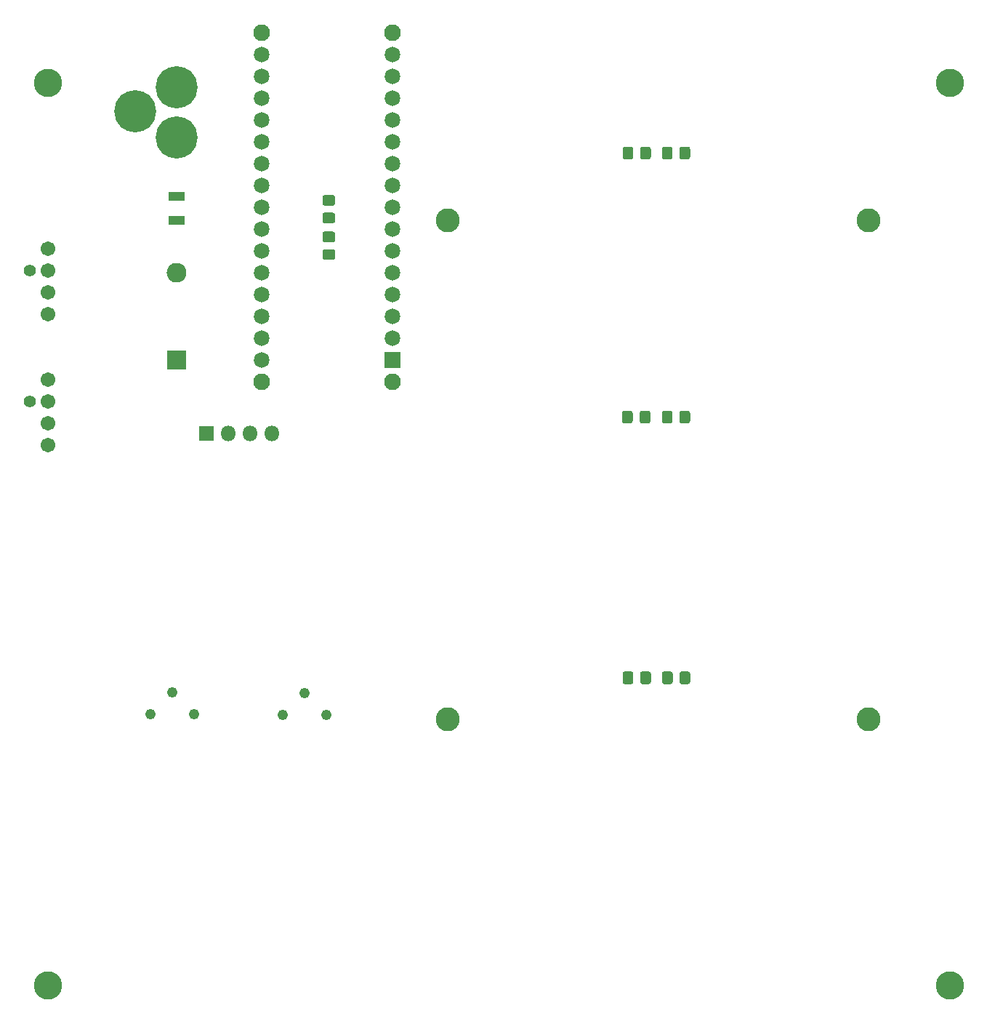
<source format=gbr>
%TF.GenerationSoftware,KiCad,Pcbnew,(5.1.6)-1*%
%TF.CreationDate,2024-05-27T20:35:23-04:00*%
%TF.ProjectId,watercooled-pi-120mm,77617465-7263-46f6-9f6c-65642d70692d,rev?*%
%TF.SameCoordinates,Original*%
%TF.FileFunction,Soldermask,Top*%
%TF.FilePolarity,Negative*%
%FSLAX46Y46*%
G04 Gerber Fmt 4.6, Leading zero omitted, Abs format (unit mm)*
G04 Created by KiCad (PCBNEW (5.1.6)-1) date 2024-05-27 20:35:23*
%MOMM*%
%LPD*%
G01*
G04 APERTURE LIST*
%ADD10R,2.300000X2.300000*%
%ADD11O,2.300000X2.300000*%
%ADD12R,1.900000X1.100000*%
%ADD13C,3.300000*%
%ADD14C,2.800000*%
%ADD15C,1.705000*%
%ADD16C,1.400000*%
%ADD17C,4.900000*%
%ADD18R,1.800000X1.800000*%
%ADD19O,1.800000X1.800000*%
%ADD20C,1.220000*%
%ADD21C,1.950000*%
%ADD22R,1.827200X1.827200*%
%ADD23C,1.827200*%
G04 APERTURE END LIST*
D10*
%TO.C,D1*%
X117157500Y-75565000D03*
D11*
X117157500Y-65405000D03*
%TD*%
D12*
%TO.C,F0*%
X117157500Y-56512000D03*
X117157500Y-59312000D03*
%TD*%
D13*
%TO.C,H1*%
X102171500Y-43370500D03*
%TD*%
%TO.C,H2*%
X207200500Y-43370500D03*
%TD*%
%TO.C,H3*%
X102171500Y-148399500D03*
%TD*%
%TO.C,H4*%
X207200500Y-148399500D03*
%TD*%
D14*
%TO.C,H5*%
X148717000Y-59372500D03*
%TD*%
%TO.C,H6*%
X197739000Y-59372500D03*
%TD*%
%TO.C,H7*%
X148717000Y-117411500D03*
%TD*%
%TO.C,H8*%
X197739000Y-117411500D03*
%TD*%
D15*
%TO.C,J0*%
X102171500Y-85534500D03*
X102171500Y-82994500D03*
X102171500Y-80454500D03*
X102171500Y-77914500D03*
D16*
X100011500Y-80454500D03*
%TD*%
%TO.C,J1*%
X100011500Y-65214500D03*
D15*
X102171500Y-62674500D03*
X102171500Y-65214500D03*
X102171500Y-67754500D03*
X102171500Y-70294500D03*
%TD*%
D17*
%TO.C,J2*%
X117147500Y-49668000D03*
X117147500Y-43868000D03*
X112347500Y-46668000D03*
%TD*%
D18*
%TO.C,J3*%
X120586500Y-84137500D03*
D19*
X123126500Y-84137500D03*
X125666500Y-84137500D03*
X128206500Y-84137500D03*
%TD*%
D20*
%TO.C,R0*%
X114109500Y-116802500D03*
X116649500Y-114262500D03*
X119189500Y-116802500D03*
%TD*%
%TO.C,R1*%
X134556500Y-116866000D03*
X132016500Y-114326000D03*
X129476500Y-116866000D03*
%TD*%
D21*
%TO.C,TB0*%
X127063500Y-37465000D03*
X142303500Y-37465000D03*
X127063500Y-78105000D03*
X142303500Y-78105000D03*
D22*
X142303500Y-75565000D03*
D23*
X142303500Y-73025000D03*
X142303500Y-70485000D03*
X142303500Y-67945000D03*
X142303500Y-65405000D03*
X142303500Y-62865000D03*
X142303500Y-60325000D03*
X142303500Y-57785000D03*
X142303500Y-55245000D03*
X142303500Y-52705000D03*
X142303500Y-50165000D03*
X142303500Y-47625000D03*
X142303500Y-45085000D03*
X142303500Y-42545000D03*
X142303500Y-40005000D03*
X127063500Y-40005000D03*
X127063500Y-42545000D03*
X127063500Y-45085000D03*
X127063500Y-47625000D03*
X127063500Y-50165000D03*
X127063500Y-52705000D03*
X127063500Y-55245000D03*
X127063500Y-57785000D03*
X127063500Y-60325000D03*
X127063500Y-62865000D03*
X127063500Y-65405000D03*
X127063500Y-67945000D03*
X127063500Y-70485000D03*
X127063500Y-73025000D03*
X127063500Y-75565000D03*
%TD*%
%TO.C,D2*%
G36*
G01*
X134395738Y-58430000D02*
X135352262Y-58430000D01*
G75*
G02*
X135624000Y-58701738I0J-271738D01*
G01*
X135624000Y-59408262D01*
G75*
G02*
X135352262Y-59680000I-271738J0D01*
G01*
X134395738Y-59680000D01*
G75*
G02*
X134124000Y-59408262I0J271738D01*
G01*
X134124000Y-58701738D01*
G75*
G02*
X134395738Y-58430000I271738J0D01*
G01*
G37*
G36*
G01*
X134395738Y-56380000D02*
X135352262Y-56380000D01*
G75*
G02*
X135624000Y-56651738I0J-271738D01*
G01*
X135624000Y-57358262D01*
G75*
G02*
X135352262Y-57630000I-271738J0D01*
G01*
X134395738Y-57630000D01*
G75*
G02*
X134124000Y-57358262I0J271738D01*
G01*
X134124000Y-56651738D01*
G75*
G02*
X134395738Y-56380000I271738J0D01*
G01*
G37*
%TD*%
%TO.C,D3*%
G36*
G01*
X176973500Y-51020238D02*
X176973500Y-51976762D01*
G75*
G02*
X176701762Y-52248500I-271738J0D01*
G01*
X175995238Y-52248500D01*
G75*
G02*
X175723500Y-51976762I0J271738D01*
G01*
X175723500Y-51020238D01*
G75*
G02*
X175995238Y-50748500I271738J0D01*
G01*
X176701762Y-50748500D01*
G75*
G02*
X176973500Y-51020238I0J-271738D01*
G01*
G37*
G36*
G01*
X174923500Y-51020238D02*
X174923500Y-51976762D01*
G75*
G02*
X174651762Y-52248500I-271738J0D01*
G01*
X173945238Y-52248500D01*
G75*
G02*
X173673500Y-51976762I0J271738D01*
G01*
X173673500Y-51020238D01*
G75*
G02*
X173945238Y-50748500I271738J0D01*
G01*
X174651762Y-50748500D01*
G75*
G02*
X174923500Y-51020238I0J-271738D01*
G01*
G37*
%TD*%
%TO.C,D4*%
G36*
G01*
X174914500Y-81754238D02*
X174914500Y-82710762D01*
G75*
G02*
X174642762Y-82982500I-271738J0D01*
G01*
X173936238Y-82982500D01*
G75*
G02*
X173664500Y-82710762I0J271738D01*
G01*
X173664500Y-81754238D01*
G75*
G02*
X173936238Y-81482500I271738J0D01*
G01*
X174642762Y-81482500D01*
G75*
G02*
X174914500Y-81754238I0J-271738D01*
G01*
G37*
G36*
G01*
X176964500Y-81754238D02*
X176964500Y-82710762D01*
G75*
G02*
X176692762Y-82982500I-271738J0D01*
G01*
X175986238Y-82982500D01*
G75*
G02*
X175714500Y-82710762I0J271738D01*
G01*
X175714500Y-81754238D01*
G75*
G02*
X175986238Y-81482500I271738J0D01*
G01*
X176692762Y-81482500D01*
G75*
G02*
X176964500Y-81754238I0J-271738D01*
G01*
G37*
%TD*%
%TO.C,D5*%
G36*
G01*
X176982500Y-112107238D02*
X176982500Y-113063762D01*
G75*
G02*
X176710762Y-113335500I-271738J0D01*
G01*
X176004238Y-113335500D01*
G75*
G02*
X175732500Y-113063762I0J271738D01*
G01*
X175732500Y-112107238D01*
G75*
G02*
X176004238Y-111835500I271738J0D01*
G01*
X176710762Y-111835500D01*
G75*
G02*
X176982500Y-112107238I0J-271738D01*
G01*
G37*
G36*
G01*
X174932500Y-112107238D02*
X174932500Y-113063762D01*
G75*
G02*
X174660762Y-113335500I-271738J0D01*
G01*
X173954238Y-113335500D01*
G75*
G02*
X173682500Y-113063762I0J271738D01*
G01*
X173682500Y-112107238D01*
G75*
G02*
X173954238Y-111835500I271738J0D01*
G01*
X174660762Y-111835500D01*
G75*
G02*
X174932500Y-112107238I0J-271738D01*
G01*
G37*
%TD*%
%TO.C,R2*%
G36*
G01*
X134395738Y-62684500D02*
X135352262Y-62684500D01*
G75*
G02*
X135624000Y-62956238I0J-271738D01*
G01*
X135624000Y-63662762D01*
G75*
G02*
X135352262Y-63934500I-271738J0D01*
G01*
X134395738Y-63934500D01*
G75*
G02*
X134124000Y-63662762I0J271738D01*
G01*
X134124000Y-62956238D01*
G75*
G02*
X134395738Y-62684500I271738J0D01*
G01*
G37*
G36*
G01*
X134395738Y-60634500D02*
X135352262Y-60634500D01*
G75*
G02*
X135624000Y-60906238I0J-271738D01*
G01*
X135624000Y-61612762D01*
G75*
G02*
X135352262Y-61884500I-271738J0D01*
G01*
X134395738Y-61884500D01*
G75*
G02*
X134124000Y-61612762I0J271738D01*
G01*
X134124000Y-60906238D01*
G75*
G02*
X134395738Y-60634500I271738J0D01*
G01*
G37*
%TD*%
%TO.C,R3*%
G36*
G01*
X172392500Y-51020238D02*
X172392500Y-51976762D01*
G75*
G02*
X172120762Y-52248500I-271738J0D01*
G01*
X171414238Y-52248500D01*
G75*
G02*
X171142500Y-51976762I0J271738D01*
G01*
X171142500Y-51020238D01*
G75*
G02*
X171414238Y-50748500I271738J0D01*
G01*
X172120762Y-50748500D01*
G75*
G02*
X172392500Y-51020238I0J-271738D01*
G01*
G37*
G36*
G01*
X170342500Y-51020238D02*
X170342500Y-51976762D01*
G75*
G02*
X170070762Y-52248500I-271738J0D01*
G01*
X169364238Y-52248500D01*
G75*
G02*
X169092500Y-51976762I0J271738D01*
G01*
X169092500Y-51020238D01*
G75*
G02*
X169364238Y-50748500I271738J0D01*
G01*
X170070762Y-50748500D01*
G75*
G02*
X170342500Y-51020238I0J-271738D01*
G01*
G37*
%TD*%
%TO.C,R4*%
G36*
G01*
X172329000Y-81754238D02*
X172329000Y-82710762D01*
G75*
G02*
X172057262Y-82982500I-271738J0D01*
G01*
X171350738Y-82982500D01*
G75*
G02*
X171079000Y-82710762I0J271738D01*
G01*
X171079000Y-81754238D01*
G75*
G02*
X171350738Y-81482500I271738J0D01*
G01*
X172057262Y-81482500D01*
G75*
G02*
X172329000Y-81754238I0J-271738D01*
G01*
G37*
G36*
G01*
X170279000Y-81754238D02*
X170279000Y-82710762D01*
G75*
G02*
X170007262Y-82982500I-271738J0D01*
G01*
X169300738Y-82982500D01*
G75*
G02*
X169029000Y-82710762I0J271738D01*
G01*
X169029000Y-81754238D01*
G75*
G02*
X169300738Y-81482500I271738J0D01*
G01*
X170007262Y-81482500D01*
G75*
G02*
X170279000Y-81754238I0J-271738D01*
G01*
G37*
%TD*%
%TO.C,R5*%
G36*
G01*
X170342500Y-112107238D02*
X170342500Y-113063762D01*
G75*
G02*
X170070762Y-113335500I-271738J0D01*
G01*
X169364238Y-113335500D01*
G75*
G02*
X169092500Y-113063762I0J271738D01*
G01*
X169092500Y-112107238D01*
G75*
G02*
X169364238Y-111835500I271738J0D01*
G01*
X170070762Y-111835500D01*
G75*
G02*
X170342500Y-112107238I0J-271738D01*
G01*
G37*
G36*
G01*
X172392500Y-112107238D02*
X172392500Y-113063762D01*
G75*
G02*
X172120762Y-113335500I-271738J0D01*
G01*
X171414238Y-113335500D01*
G75*
G02*
X171142500Y-113063762I0J271738D01*
G01*
X171142500Y-112107238D01*
G75*
G02*
X171414238Y-111835500I271738J0D01*
G01*
X172120762Y-111835500D01*
G75*
G02*
X172392500Y-112107238I0J-271738D01*
G01*
G37*
%TD*%
M02*

</source>
